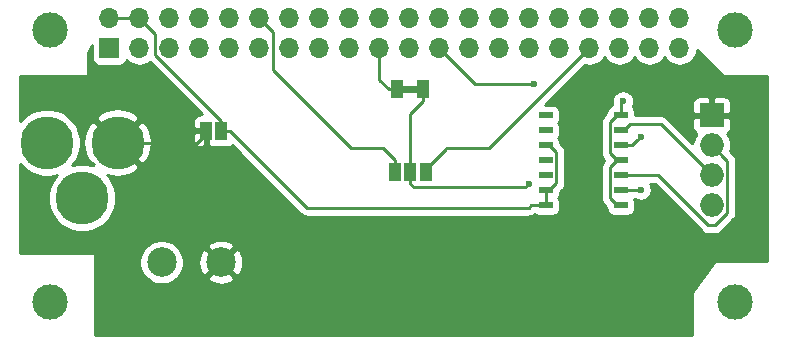
<source format=gbr>
G04 #@! TF.GenerationSoftware,KiCad,Pcbnew,(5.1.2)-2*
G04 #@! TF.CreationDate,2019-08-20T18:51:14-04:00*
G04 #@! TF.ProjectId,PiPixelv2,50695069-7865-46c7-9632-2e6b69636164,rev?*
G04 #@! TF.SameCoordinates,Original*
G04 #@! TF.FileFunction,Copper,L1,Top*
G04 #@! TF.FilePolarity,Positive*
%FSLAX46Y46*%
G04 Gerber Fmt 4.6, Leading zero omitted, Abs format (unit mm)*
G04 Created by KiCad (PCBNEW (5.1.2)-2) date 2019-08-20 18:51:14*
%MOMM*%
%LPD*%
G04 APERTURE LIST*
%ADD10C,0.100000*%
%ADD11C,3.000000*%
%ADD12O,1.700000X1.700000*%
%ADD13R,1.700000X1.700000*%
%ADD14C,4.500000*%
%ADD15C,2.500000*%
%ADD16O,1.998980X1.998980*%
%ADD17R,1.998980X1.998980*%
%ADD18R,1.000000X1.500000*%
%ADD19R,1.143000X0.508000*%
%ADD20C,0.600000*%
%ADD21C,0.250000*%
%ADD22C,0.254000*%
G04 APERTURE END LIST*
D10*
G36*
X45800000Y-32700000D02*
G01*
X47200000Y-32700000D01*
X47200000Y-33300000D01*
X45800000Y-33300000D01*
X45800000Y-32700000D01*
G37*
D11*
X16000000Y-28000000D03*
X16000000Y-51000000D03*
X74000000Y-51000000D03*
X74000000Y-28000000D03*
D12*
X69260000Y-26960000D03*
X69260000Y-29500000D03*
X66720000Y-26960000D03*
X66720000Y-29500000D03*
X64180000Y-26960000D03*
X64180000Y-29500000D03*
X61640000Y-26960000D03*
X61640000Y-29500000D03*
X59100000Y-26960000D03*
X59100000Y-29500000D03*
X56560000Y-26960000D03*
X56560000Y-29500000D03*
X54020000Y-26960000D03*
X54020000Y-29500000D03*
X51480000Y-26960000D03*
X51480000Y-29500000D03*
X48940000Y-26960000D03*
X48940000Y-29500000D03*
X46400000Y-26960000D03*
X46400000Y-29500000D03*
X43860000Y-26960000D03*
X43860000Y-29500000D03*
X41320000Y-26960000D03*
X41320000Y-29500000D03*
X38780000Y-26960000D03*
X38780000Y-29500000D03*
X36240000Y-26960000D03*
X36240000Y-29500000D03*
X33700000Y-26960000D03*
X33700000Y-29500000D03*
X31160000Y-26960000D03*
X31160000Y-29500000D03*
X28620000Y-26960000D03*
X28620000Y-29500000D03*
X26080000Y-26960000D03*
X26080000Y-29500000D03*
X23540000Y-26960000D03*
X23540000Y-29500000D03*
X21000000Y-26960000D03*
D13*
X21000000Y-29500000D03*
D14*
X21700140Y-37500000D03*
X15700660Y-37500000D03*
X18700400Y-42199000D03*
D15*
X25440000Y-47625000D03*
X30440000Y-47625000D03*
D16*
X72000000Y-42810000D03*
D17*
X72000000Y-35190000D03*
D16*
X72000000Y-37730000D03*
X72000000Y-40270000D03*
D18*
X47800000Y-40000000D03*
X46500000Y-40000000D03*
X45200000Y-40000000D03*
X30500000Y-36500000D03*
X29200000Y-36500000D03*
D19*
X57952000Y-37730000D03*
X57952000Y-42810000D03*
X57952000Y-41540000D03*
X57952000Y-40270000D03*
X57952000Y-39000000D03*
X57952000Y-36460000D03*
X57952000Y-35190000D03*
X64302000Y-35190000D03*
X64302000Y-36460000D03*
X64302000Y-37730000D03*
X64302000Y-39000000D03*
X64302000Y-40270000D03*
X64302000Y-41540000D03*
X64302000Y-42810000D03*
D18*
X45400000Y-33000000D03*
X47600000Y-33000000D03*
D20*
X64500000Y-34000000D03*
X66000000Y-37000000D03*
X57000000Y-32500000D03*
X66000000Y-41500006D03*
X56500000Y-41000000D03*
D21*
X29200000Y-36750000D02*
X29200000Y-36500000D01*
X28450000Y-37500000D02*
X29200000Y-36750000D01*
X21700140Y-37500000D02*
X28450000Y-37500000D01*
X63405499Y-39579001D02*
X63984500Y-39000000D01*
X63405499Y-42230999D02*
X63405499Y-39579001D01*
X63984500Y-42810000D02*
X63405499Y-42230999D01*
X64302000Y-42810000D02*
X63984500Y-42810000D01*
X63984500Y-35190000D02*
X64302000Y-35190000D01*
X63405499Y-35769001D02*
X63984500Y-35190000D01*
X63405499Y-38420999D02*
X63405499Y-35769001D01*
X63984500Y-39000000D02*
X63405499Y-38420999D01*
X64302000Y-39000000D02*
X63984500Y-39000000D01*
X64302000Y-35190000D02*
X64302000Y-34198000D01*
X64302000Y-34198000D02*
X64500000Y-34000000D01*
X21000000Y-26960000D02*
X23540000Y-26960000D01*
X30500000Y-35659002D02*
X30500000Y-36500000D01*
X24904999Y-30064001D02*
X30500000Y-35659002D01*
X24904999Y-28324999D02*
X24904999Y-30064001D01*
X23540000Y-26960000D02*
X24904999Y-28324999D01*
X31250000Y-36500000D02*
X37750000Y-43000000D01*
X30500000Y-36500000D02*
X31250000Y-36500000D01*
X37750000Y-43000000D02*
X56500000Y-43000000D01*
X56690000Y-42810000D02*
X57952000Y-42810000D01*
X56500000Y-43000000D02*
X56690000Y-42810000D01*
X57952000Y-41540000D02*
X57952000Y-42810000D01*
X58269500Y-37730000D02*
X57952000Y-37730000D01*
X58848501Y-38309001D02*
X58269500Y-37730000D01*
X58848501Y-40960999D02*
X58848501Y-38309001D01*
X58269500Y-41540000D02*
X58848501Y-40960999D01*
X57952000Y-41540000D02*
X58269500Y-41540000D01*
X61640000Y-29500000D02*
X53140000Y-38000000D01*
X53140000Y-38000000D02*
X49500000Y-38000000D01*
X47800000Y-39750000D02*
X47800000Y-40000000D01*
X49500000Y-38050000D02*
X47800000Y-39750000D01*
X49500000Y-38000000D02*
X49500000Y-38050000D01*
X45200000Y-39000000D02*
X44200000Y-38000000D01*
X45200000Y-40000000D02*
X45200000Y-39000000D01*
X44200000Y-38000000D02*
X41500000Y-38000000D01*
X34549999Y-27809999D02*
X33700000Y-26960000D01*
X34875001Y-28135001D02*
X34549999Y-27809999D01*
X34875001Y-31375001D02*
X34875001Y-28135001D01*
X41500000Y-38000000D02*
X34875001Y-31375001D01*
X44650000Y-33000000D02*
X45400000Y-33000000D01*
X43860000Y-32210000D02*
X44650000Y-33000000D01*
X43860000Y-29500000D02*
X43860000Y-32210000D01*
X65270000Y-37730000D02*
X65700001Y-37299999D01*
X64302000Y-37730000D02*
X65270000Y-37730000D01*
X65700001Y-37299999D02*
X66000000Y-37000000D01*
X48940000Y-29500000D02*
X51940000Y-32500000D01*
X56575736Y-32500000D02*
X57000000Y-32500000D01*
X51940000Y-32500000D02*
X56575736Y-32500000D01*
X72999489Y-38729489D02*
X72000000Y-37730000D01*
X67499752Y-40270000D02*
X71729752Y-44500000D01*
X71729752Y-44500000D02*
X72270248Y-44500000D01*
X72270248Y-44500000D02*
X73324491Y-43445757D01*
X64302000Y-40270000D02*
X67499752Y-40270000D01*
X73324491Y-43445757D02*
X73324491Y-39054491D01*
X73324491Y-39054491D02*
X72999489Y-38729489D01*
X67686000Y-35956000D02*
X71000511Y-39270511D01*
X65123500Y-35956000D02*
X67686000Y-35956000D01*
X71000511Y-39270511D02*
X72000000Y-40270000D01*
X64302000Y-36460000D02*
X64619500Y-36460000D01*
X64619500Y-36460000D02*
X65123500Y-35956000D01*
X46500000Y-39000000D02*
X46500000Y-40000000D01*
X46500000Y-35100000D02*
X46500000Y-39000000D01*
X47600000Y-34000000D02*
X46500000Y-35100000D01*
X47600000Y-33000000D02*
X47600000Y-34000000D01*
X65960006Y-41540000D02*
X66000000Y-41500006D01*
X64302000Y-41540000D02*
X65960006Y-41540000D01*
X46799999Y-41299999D02*
X56200001Y-41299999D01*
X56200001Y-41299999D02*
X56500000Y-41000000D01*
X46500000Y-41000000D02*
X46799999Y-41299999D01*
X46500000Y-40000000D02*
X46500000Y-41000000D01*
D22*
G36*
X19511928Y-30350000D02*
G01*
X19524188Y-30474482D01*
X19560498Y-30594180D01*
X19619463Y-30704494D01*
X19698815Y-30801185D01*
X19795506Y-30880537D01*
X19905820Y-30939502D01*
X20025518Y-30975812D01*
X20150000Y-30988072D01*
X21850000Y-30988072D01*
X21974482Y-30975812D01*
X22094180Y-30939502D01*
X22204494Y-30880537D01*
X22301185Y-30801185D01*
X22380537Y-30704494D01*
X22439502Y-30594180D01*
X22460393Y-30525313D01*
X22484866Y-30555134D01*
X22710986Y-30740706D01*
X22968966Y-30878599D01*
X23248889Y-30963513D01*
X23467050Y-30985000D01*
X23612950Y-30985000D01*
X23831111Y-30963513D01*
X24111034Y-30878599D01*
X24369014Y-30740706D01*
X24444749Y-30678552D01*
X28880715Y-35114519D01*
X28700000Y-35111928D01*
X28575518Y-35124188D01*
X28455820Y-35160498D01*
X28345506Y-35219463D01*
X28248815Y-35298815D01*
X28169463Y-35395506D01*
X28110498Y-35505820D01*
X28074188Y-35625518D01*
X28061928Y-35750000D01*
X28065000Y-36214250D01*
X28223750Y-36373000D01*
X29073000Y-36373000D01*
X29073000Y-36353000D01*
X29327000Y-36353000D01*
X29327000Y-36373000D01*
X29347000Y-36373000D01*
X29347000Y-36627000D01*
X29327000Y-36627000D01*
X29327000Y-37726250D01*
X29485750Y-37885000D01*
X29700000Y-37888072D01*
X29824482Y-37875812D01*
X29850000Y-37868071D01*
X29875518Y-37875812D01*
X30000000Y-37888072D01*
X31000000Y-37888072D01*
X31124482Y-37875812D01*
X31244180Y-37839502D01*
X31354494Y-37780537D01*
X31410101Y-37734902D01*
X37186201Y-43511003D01*
X37209999Y-43540001D01*
X37238997Y-43563799D01*
X37325723Y-43634974D01*
X37428317Y-43689812D01*
X37457753Y-43705546D01*
X37601014Y-43749003D01*
X37712667Y-43760000D01*
X37712676Y-43760000D01*
X37749999Y-43763676D01*
X37787322Y-43760000D01*
X56462678Y-43760000D01*
X56500000Y-43763676D01*
X56537322Y-43760000D01*
X56537333Y-43760000D01*
X56648986Y-43749003D01*
X56792247Y-43705546D01*
X56924276Y-43634974D01*
X56999777Y-43573012D01*
X57026006Y-43594537D01*
X57136320Y-43653502D01*
X57256018Y-43689812D01*
X57380500Y-43702072D01*
X58523500Y-43702072D01*
X58647982Y-43689812D01*
X58767680Y-43653502D01*
X58877994Y-43594537D01*
X58974685Y-43515185D01*
X59054037Y-43418494D01*
X59113002Y-43308180D01*
X59149312Y-43188482D01*
X59161572Y-43064000D01*
X59161572Y-42556000D01*
X59149312Y-42431518D01*
X59113002Y-42311820D01*
X59054037Y-42201506D01*
X59032284Y-42175000D01*
X59054037Y-42148494D01*
X59113002Y-42038180D01*
X59149312Y-41918482D01*
X59161572Y-41794000D01*
X59161572Y-41722730D01*
X59359505Y-41524797D01*
X59388502Y-41501000D01*
X59431190Y-41448985D01*
X59483475Y-41385276D01*
X59554047Y-41253246D01*
X59569839Y-41201185D01*
X59597504Y-41109985D01*
X59608501Y-40998332D01*
X59608501Y-40998323D01*
X59612177Y-40961000D01*
X59608501Y-40923677D01*
X59608501Y-38346323D01*
X59612177Y-38309000D01*
X59608501Y-38271677D01*
X59608501Y-38271668D01*
X59597504Y-38160015D01*
X59554047Y-38016754D01*
X59525137Y-37962668D01*
X59483475Y-37884724D01*
X59412300Y-37797998D01*
X59388502Y-37769000D01*
X59359503Y-37745201D01*
X59161572Y-37547270D01*
X59161572Y-37476000D01*
X59149312Y-37351518D01*
X59113002Y-37231820D01*
X59054037Y-37121506D01*
X59032284Y-37095000D01*
X59054037Y-37068494D01*
X59113002Y-36958180D01*
X59149312Y-36838482D01*
X59161572Y-36714000D01*
X59161572Y-36206000D01*
X59149312Y-36081518D01*
X59113002Y-35961820D01*
X59054037Y-35851506D01*
X59032284Y-35825000D01*
X59054037Y-35798494D01*
X59069801Y-35769001D01*
X62641823Y-35769001D01*
X62645500Y-35806333D01*
X62645499Y-38383676D01*
X62641823Y-38420999D01*
X62645499Y-38458321D01*
X62645499Y-38458331D01*
X62656496Y-38569984D01*
X62683547Y-38659160D01*
X62699953Y-38713245D01*
X62770525Y-38845275D01*
X62793652Y-38873455D01*
X62865498Y-38961000D01*
X62894501Y-38984802D01*
X62909699Y-39000000D01*
X62894497Y-39015202D01*
X62865499Y-39039000D01*
X62841701Y-39067998D01*
X62841700Y-39067999D01*
X62770525Y-39154725D01*
X62699953Y-39286755D01*
X62676373Y-39364490D01*
X62656497Y-39430015D01*
X62651695Y-39478766D01*
X62641823Y-39579001D01*
X62645500Y-39616333D01*
X62645499Y-42193676D01*
X62641823Y-42230999D01*
X62645499Y-42268321D01*
X62645499Y-42268331D01*
X62656496Y-42379984D01*
X62689742Y-42489584D01*
X62699953Y-42523245D01*
X62770525Y-42655275D01*
X62804566Y-42696754D01*
X62865498Y-42771000D01*
X62894501Y-42794802D01*
X63092428Y-42992729D01*
X63092428Y-43064000D01*
X63104688Y-43188482D01*
X63140998Y-43308180D01*
X63199963Y-43418494D01*
X63279315Y-43515185D01*
X63376006Y-43594537D01*
X63486320Y-43653502D01*
X63606018Y-43689812D01*
X63730500Y-43702072D01*
X64873500Y-43702072D01*
X64997982Y-43689812D01*
X65117680Y-43653502D01*
X65227994Y-43594537D01*
X65324685Y-43515185D01*
X65404037Y-43418494D01*
X65463002Y-43308180D01*
X65499312Y-43188482D01*
X65511572Y-43064000D01*
X65511572Y-42556000D01*
X65499312Y-42431518D01*
X65463002Y-42311820D01*
X65456684Y-42300000D01*
X65514320Y-42300000D01*
X65557111Y-42328592D01*
X65727271Y-42399074D01*
X65907911Y-42435006D01*
X66092089Y-42435006D01*
X66272729Y-42399074D01*
X66442889Y-42328592D01*
X66596028Y-42226268D01*
X66726262Y-42096034D01*
X66828586Y-41942895D01*
X66899068Y-41772735D01*
X66935000Y-41592095D01*
X66935000Y-41407917D01*
X66899068Y-41227277D01*
X66828586Y-41057117D01*
X66810467Y-41030000D01*
X67184951Y-41030000D01*
X71165953Y-45011003D01*
X71189751Y-45040001D01*
X71305476Y-45134974D01*
X71437505Y-45205546D01*
X71580766Y-45249003D01*
X71692419Y-45260000D01*
X71692428Y-45260000D01*
X71729751Y-45263676D01*
X71767074Y-45260000D01*
X72232926Y-45260000D01*
X72270248Y-45263676D01*
X72307570Y-45260000D01*
X72307581Y-45260000D01*
X72419234Y-45249003D01*
X72562495Y-45205546D01*
X72694524Y-45134974D01*
X72810249Y-45040001D01*
X72834052Y-45010998D01*
X73835495Y-44009555D01*
X73864492Y-43985758D01*
X73959465Y-43870033D01*
X74030037Y-43738004D01*
X74073494Y-43594743D01*
X74084491Y-43483090D01*
X74084491Y-43483082D01*
X74088167Y-43445757D01*
X74084491Y-43408432D01*
X74084491Y-39091813D01*
X74088167Y-39054490D01*
X74084491Y-39017167D01*
X74084491Y-39017158D01*
X74073494Y-38905505D01*
X74030037Y-38762244D01*
X73959465Y-38630215D01*
X73864492Y-38514490D01*
X73835488Y-38490687D01*
X73563293Y-38218492D01*
X73563288Y-38218486D01*
X73560655Y-38215853D01*
X73610840Y-38050416D01*
X73642398Y-37730000D01*
X73610840Y-37409584D01*
X73517378Y-37101481D01*
X73365604Y-36817533D01*
X73306439Y-36745440D01*
X73353984Y-36720027D01*
X73450675Y-36640675D01*
X73530027Y-36543984D01*
X73588992Y-36433670D01*
X73625302Y-36313972D01*
X73637562Y-36189490D01*
X73634490Y-35475750D01*
X73475740Y-35317000D01*
X72127000Y-35317000D01*
X72127000Y-35337000D01*
X71873000Y-35337000D01*
X71873000Y-35317000D01*
X70524260Y-35317000D01*
X70365510Y-35475750D01*
X70362438Y-36189490D01*
X70374698Y-36313972D01*
X70411008Y-36433670D01*
X70469973Y-36543984D01*
X70549325Y-36640675D01*
X70646016Y-36720027D01*
X70693561Y-36745440D01*
X70634396Y-36817533D01*
X70482622Y-37101481D01*
X70389160Y-37409584D01*
X70373490Y-37568687D01*
X68249804Y-35445003D01*
X68226001Y-35415999D01*
X68110276Y-35321026D01*
X67978247Y-35250454D01*
X67834986Y-35206997D01*
X67723333Y-35196000D01*
X67723322Y-35196000D01*
X67686000Y-35192324D01*
X67648678Y-35196000D01*
X65511572Y-35196000D01*
X65511572Y-34936000D01*
X65499312Y-34811518D01*
X65463002Y-34691820D01*
X65404037Y-34581506D01*
X65324685Y-34484815D01*
X65309112Y-34472034D01*
X65328586Y-34442889D01*
X65399068Y-34272729D01*
X65415422Y-34190510D01*
X70362438Y-34190510D01*
X70365510Y-34904250D01*
X70524260Y-35063000D01*
X71873000Y-35063000D01*
X71873000Y-33714260D01*
X72127000Y-33714260D01*
X72127000Y-35063000D01*
X73475740Y-35063000D01*
X73634490Y-34904250D01*
X73637562Y-34190510D01*
X73625302Y-34066028D01*
X73588992Y-33946330D01*
X73530027Y-33836016D01*
X73450675Y-33739325D01*
X73353984Y-33659973D01*
X73243670Y-33601008D01*
X73123972Y-33564698D01*
X72999490Y-33552438D01*
X72285750Y-33555510D01*
X72127000Y-33714260D01*
X71873000Y-33714260D01*
X71714250Y-33555510D01*
X71000510Y-33552438D01*
X70876028Y-33564698D01*
X70756330Y-33601008D01*
X70646016Y-33659973D01*
X70549325Y-33739325D01*
X70469973Y-33836016D01*
X70411008Y-33946330D01*
X70374698Y-34066028D01*
X70362438Y-34190510D01*
X65415422Y-34190510D01*
X65435000Y-34092089D01*
X65435000Y-33907911D01*
X65399068Y-33727271D01*
X65328586Y-33557111D01*
X65226262Y-33403972D01*
X65096028Y-33273738D01*
X64942889Y-33171414D01*
X64772729Y-33100932D01*
X64592089Y-33065000D01*
X64407911Y-33065000D01*
X64227271Y-33100932D01*
X64057111Y-33171414D01*
X63903972Y-33273738D01*
X63773738Y-33403972D01*
X63671414Y-33557111D01*
X63600932Y-33727271D01*
X63565000Y-33907911D01*
X63565000Y-34009448D01*
X63552998Y-34049014D01*
X63543151Y-34148987D01*
X63538324Y-34198000D01*
X63542001Y-34235332D01*
X63542001Y-34329607D01*
X63486320Y-34346498D01*
X63376006Y-34405463D01*
X63279315Y-34484815D01*
X63199963Y-34581506D01*
X63140998Y-34691820D01*
X63104688Y-34811518D01*
X63092428Y-34936000D01*
X63092428Y-35007271D01*
X62894497Y-35205202D01*
X62865499Y-35229000D01*
X62841701Y-35257998D01*
X62841700Y-35257999D01*
X62770525Y-35344725D01*
X62699953Y-35476755D01*
X62656497Y-35620016D01*
X62641823Y-35769001D01*
X59069801Y-35769001D01*
X59113002Y-35688180D01*
X59149312Y-35568482D01*
X59161572Y-35444000D01*
X59161572Y-34936000D01*
X59149312Y-34811518D01*
X59113002Y-34691820D01*
X59054037Y-34581506D01*
X58974685Y-34484815D01*
X58877994Y-34405463D01*
X58767680Y-34346498D01*
X58647982Y-34310188D01*
X58523500Y-34297928D01*
X57916873Y-34297928D01*
X61274005Y-30940797D01*
X61348889Y-30963513D01*
X61567050Y-30985000D01*
X61712950Y-30985000D01*
X61931111Y-30963513D01*
X62211034Y-30878599D01*
X62469014Y-30740706D01*
X62695134Y-30555134D01*
X62880706Y-30329014D01*
X62910000Y-30274209D01*
X62939294Y-30329014D01*
X63124866Y-30555134D01*
X63350986Y-30740706D01*
X63608966Y-30878599D01*
X63888889Y-30963513D01*
X64107050Y-30985000D01*
X64252950Y-30985000D01*
X64471111Y-30963513D01*
X64751034Y-30878599D01*
X65009014Y-30740706D01*
X65235134Y-30555134D01*
X65420706Y-30329014D01*
X65450000Y-30274209D01*
X65479294Y-30329014D01*
X65664866Y-30555134D01*
X65890986Y-30740706D01*
X66148966Y-30878599D01*
X66428889Y-30963513D01*
X66647050Y-30985000D01*
X66792950Y-30985000D01*
X67011111Y-30963513D01*
X67291034Y-30878599D01*
X67549014Y-30740706D01*
X67775134Y-30555134D01*
X67960706Y-30329014D01*
X67990000Y-30274209D01*
X68019294Y-30329014D01*
X68204866Y-30555134D01*
X68430986Y-30740706D01*
X68688966Y-30878599D01*
X68968889Y-30963513D01*
X69187050Y-30985000D01*
X69332950Y-30985000D01*
X69551111Y-30963513D01*
X69831034Y-30878599D01*
X70089014Y-30740706D01*
X70315134Y-30555134D01*
X70500706Y-30329014D01*
X70638599Y-30071034D01*
X70723513Y-29791111D01*
X70738127Y-29642733D01*
X72935197Y-31839803D01*
X72954443Y-31855597D01*
X72976399Y-31867333D01*
X73000224Y-31874560D01*
X73025000Y-31877000D01*
X76708000Y-31877000D01*
X76708000Y-47498000D01*
X72390000Y-47498000D01*
X72365224Y-47500440D01*
X72341399Y-47507667D01*
X72319443Y-47519403D01*
X72300197Y-47535197D01*
X72288400Y-47548800D01*
X70383400Y-50088800D01*
X70370486Y-50110085D01*
X70361973Y-50133481D01*
X70358000Y-50165000D01*
X70358000Y-53815000D01*
X19812000Y-53815000D01*
X19812000Y-47439344D01*
X23555000Y-47439344D01*
X23555000Y-47810656D01*
X23627439Y-48174834D01*
X23769534Y-48517882D01*
X23975825Y-48826618D01*
X24238382Y-49089175D01*
X24547118Y-49295466D01*
X24890166Y-49437561D01*
X25254344Y-49510000D01*
X25625656Y-49510000D01*
X25989834Y-49437561D01*
X26332882Y-49295466D01*
X26641618Y-49089175D01*
X26792188Y-48938605D01*
X29306000Y-48938605D01*
X29431914Y-49228577D01*
X29764126Y-49394433D01*
X30122312Y-49492290D01*
X30492706Y-49518389D01*
X30861075Y-49471725D01*
X31213262Y-49354094D01*
X31448086Y-49228577D01*
X31574000Y-48938605D01*
X30440000Y-47804605D01*
X29306000Y-48938605D01*
X26792188Y-48938605D01*
X26904175Y-48826618D01*
X27110466Y-48517882D01*
X27252561Y-48174834D01*
X27325000Y-47810656D01*
X27325000Y-47677706D01*
X28546611Y-47677706D01*
X28593275Y-48046075D01*
X28710906Y-48398262D01*
X28836423Y-48633086D01*
X29126395Y-48759000D01*
X30260395Y-47625000D01*
X30619605Y-47625000D01*
X31753605Y-48759000D01*
X32043577Y-48633086D01*
X32209433Y-48300874D01*
X32307290Y-47942688D01*
X32333389Y-47572294D01*
X32286725Y-47203925D01*
X32169094Y-46851738D01*
X32043577Y-46616914D01*
X31753605Y-46491000D01*
X30619605Y-47625000D01*
X30260395Y-47625000D01*
X29126395Y-46491000D01*
X28836423Y-46616914D01*
X28670567Y-46949126D01*
X28572710Y-47307312D01*
X28546611Y-47677706D01*
X27325000Y-47677706D01*
X27325000Y-47439344D01*
X27252561Y-47075166D01*
X27110466Y-46732118D01*
X26904175Y-46423382D01*
X26792188Y-46311395D01*
X29306000Y-46311395D01*
X30440000Y-47445395D01*
X31574000Y-46311395D01*
X31448086Y-46021423D01*
X31115874Y-45855567D01*
X30757688Y-45757710D01*
X30387294Y-45731611D01*
X30018925Y-45778275D01*
X29666738Y-45895906D01*
X29431914Y-46021423D01*
X29306000Y-46311395D01*
X26792188Y-46311395D01*
X26641618Y-46160825D01*
X26332882Y-45954534D01*
X25989834Y-45812439D01*
X25625656Y-45740000D01*
X25254344Y-45740000D01*
X24890166Y-45812439D01*
X24547118Y-45954534D01*
X24238382Y-46160825D01*
X23975825Y-46423382D01*
X23769534Y-46732118D01*
X23627439Y-47075166D01*
X23555000Y-47439344D01*
X19812000Y-47439344D01*
X19812000Y-46990000D01*
X19809560Y-46965224D01*
X19802333Y-46941399D01*
X19790597Y-46919443D01*
X19774803Y-46900197D01*
X19755557Y-46884403D01*
X19733601Y-46872667D01*
X19709776Y-46865440D01*
X19685000Y-46863000D01*
X13462000Y-46863000D01*
X13462000Y-39341346D01*
X13861580Y-39740926D01*
X14334100Y-40056654D01*
X14859137Y-40274131D01*
X15416512Y-40385000D01*
X15984808Y-40385000D01*
X16542183Y-40274131D01*
X16547441Y-40271953D01*
X16459474Y-40359920D01*
X16143746Y-40832440D01*
X15926269Y-41357477D01*
X15815400Y-41914852D01*
X15815400Y-42483148D01*
X15926269Y-43040523D01*
X16143746Y-43565560D01*
X16459474Y-44038080D01*
X16861320Y-44439926D01*
X17333840Y-44755654D01*
X17858877Y-44973131D01*
X18416252Y-45084000D01*
X18984548Y-45084000D01*
X19541923Y-44973131D01*
X20066960Y-44755654D01*
X20539480Y-44439926D01*
X20941326Y-44038080D01*
X21257054Y-43565560D01*
X21474531Y-43040523D01*
X21585400Y-42483148D01*
X21585400Y-41914852D01*
X21474531Y-41357477D01*
X21257054Y-40832440D01*
X20941326Y-40359920D01*
X20833508Y-40252102D01*
X21147533Y-40345801D01*
X21713339Y-40398928D01*
X22278638Y-40340652D01*
X22821706Y-40173210D01*
X23299724Y-39917704D01*
X23545875Y-39525340D01*
X21700140Y-37679605D01*
X21685998Y-37693748D01*
X21506393Y-37514143D01*
X21520535Y-37500000D01*
X21879745Y-37500000D01*
X23725480Y-39345735D01*
X24117844Y-39099584D01*
X24383452Y-38597178D01*
X24545941Y-38052607D01*
X24599068Y-37486801D01*
X24574657Y-37250000D01*
X28061928Y-37250000D01*
X28074188Y-37374482D01*
X28110498Y-37494180D01*
X28169463Y-37604494D01*
X28248815Y-37701185D01*
X28345506Y-37780537D01*
X28455820Y-37839502D01*
X28575518Y-37875812D01*
X28700000Y-37888072D01*
X28914250Y-37885000D01*
X29073000Y-37726250D01*
X29073000Y-36627000D01*
X28223750Y-36627000D01*
X28065000Y-36785750D01*
X28061928Y-37250000D01*
X24574657Y-37250000D01*
X24540792Y-36921502D01*
X24373350Y-36378434D01*
X24117844Y-35900416D01*
X23725480Y-35654265D01*
X21879745Y-37500000D01*
X21520535Y-37500000D01*
X19674800Y-35654265D01*
X19282436Y-35900416D01*
X19016828Y-36402822D01*
X18854339Y-36947393D01*
X18801212Y-37513199D01*
X18859488Y-38078498D01*
X19026930Y-38621566D01*
X19282436Y-39099584D01*
X19674798Y-39345734D01*
X19579923Y-39440609D01*
X19541923Y-39424869D01*
X18984548Y-39314000D01*
X18416252Y-39314000D01*
X17858877Y-39424869D01*
X17853619Y-39427047D01*
X17941586Y-39339080D01*
X18257314Y-38866560D01*
X18474791Y-38341523D01*
X18585660Y-37784148D01*
X18585660Y-37215852D01*
X18474791Y-36658477D01*
X18257314Y-36133440D01*
X17941586Y-35660920D01*
X17755326Y-35474660D01*
X19854405Y-35474660D01*
X21700140Y-37320395D01*
X23545875Y-35474660D01*
X23299724Y-35082296D01*
X22797318Y-34816688D01*
X22252747Y-34654199D01*
X21686941Y-34601072D01*
X21121642Y-34659348D01*
X20578574Y-34826790D01*
X20100556Y-35082296D01*
X19854405Y-35474660D01*
X17755326Y-35474660D01*
X17539740Y-35259074D01*
X17067220Y-34943346D01*
X16542183Y-34725869D01*
X15984808Y-34615000D01*
X15416512Y-34615000D01*
X14859137Y-34725869D01*
X14334100Y-34943346D01*
X13861580Y-35259074D01*
X13462000Y-35658654D01*
X13462000Y-31877000D01*
X19050000Y-31877000D01*
X19074776Y-31874560D01*
X19098601Y-31867333D01*
X19120557Y-31855597D01*
X19139803Y-31839803D01*
X19155597Y-31820557D01*
X19167333Y-31798601D01*
X19174560Y-31774776D01*
X19177000Y-31750000D01*
X19177000Y-29874980D01*
X19511928Y-29205124D01*
X19511928Y-30350000D01*
X19511928Y-30350000D01*
G37*
X19511928Y-30350000D02*
X19524188Y-30474482D01*
X19560498Y-30594180D01*
X19619463Y-30704494D01*
X19698815Y-30801185D01*
X19795506Y-30880537D01*
X19905820Y-30939502D01*
X20025518Y-30975812D01*
X20150000Y-30988072D01*
X21850000Y-30988072D01*
X21974482Y-30975812D01*
X22094180Y-30939502D01*
X22204494Y-30880537D01*
X22301185Y-30801185D01*
X22380537Y-30704494D01*
X22439502Y-30594180D01*
X22460393Y-30525313D01*
X22484866Y-30555134D01*
X22710986Y-30740706D01*
X22968966Y-30878599D01*
X23248889Y-30963513D01*
X23467050Y-30985000D01*
X23612950Y-30985000D01*
X23831111Y-30963513D01*
X24111034Y-30878599D01*
X24369014Y-30740706D01*
X24444749Y-30678552D01*
X28880715Y-35114519D01*
X28700000Y-35111928D01*
X28575518Y-35124188D01*
X28455820Y-35160498D01*
X28345506Y-35219463D01*
X28248815Y-35298815D01*
X28169463Y-35395506D01*
X28110498Y-35505820D01*
X28074188Y-35625518D01*
X28061928Y-35750000D01*
X28065000Y-36214250D01*
X28223750Y-36373000D01*
X29073000Y-36373000D01*
X29073000Y-36353000D01*
X29327000Y-36353000D01*
X29327000Y-36373000D01*
X29347000Y-36373000D01*
X29347000Y-36627000D01*
X29327000Y-36627000D01*
X29327000Y-37726250D01*
X29485750Y-37885000D01*
X29700000Y-37888072D01*
X29824482Y-37875812D01*
X29850000Y-37868071D01*
X29875518Y-37875812D01*
X30000000Y-37888072D01*
X31000000Y-37888072D01*
X31124482Y-37875812D01*
X31244180Y-37839502D01*
X31354494Y-37780537D01*
X31410101Y-37734902D01*
X37186201Y-43511003D01*
X37209999Y-43540001D01*
X37238997Y-43563799D01*
X37325723Y-43634974D01*
X37428317Y-43689812D01*
X37457753Y-43705546D01*
X37601014Y-43749003D01*
X37712667Y-43760000D01*
X37712676Y-43760000D01*
X37749999Y-43763676D01*
X37787322Y-43760000D01*
X56462678Y-43760000D01*
X56500000Y-43763676D01*
X56537322Y-43760000D01*
X56537333Y-43760000D01*
X56648986Y-43749003D01*
X56792247Y-43705546D01*
X56924276Y-43634974D01*
X56999777Y-43573012D01*
X57026006Y-43594537D01*
X57136320Y-43653502D01*
X57256018Y-43689812D01*
X57380500Y-43702072D01*
X58523500Y-43702072D01*
X58647982Y-43689812D01*
X58767680Y-43653502D01*
X58877994Y-43594537D01*
X58974685Y-43515185D01*
X59054037Y-43418494D01*
X59113002Y-43308180D01*
X59149312Y-43188482D01*
X59161572Y-43064000D01*
X59161572Y-42556000D01*
X59149312Y-42431518D01*
X59113002Y-42311820D01*
X59054037Y-42201506D01*
X59032284Y-42175000D01*
X59054037Y-42148494D01*
X59113002Y-42038180D01*
X59149312Y-41918482D01*
X59161572Y-41794000D01*
X59161572Y-41722730D01*
X59359505Y-41524797D01*
X59388502Y-41501000D01*
X59431190Y-41448985D01*
X59483475Y-41385276D01*
X59554047Y-41253246D01*
X59569839Y-41201185D01*
X59597504Y-41109985D01*
X59608501Y-40998332D01*
X59608501Y-40998323D01*
X59612177Y-40961000D01*
X59608501Y-40923677D01*
X59608501Y-38346323D01*
X59612177Y-38309000D01*
X59608501Y-38271677D01*
X59608501Y-38271668D01*
X59597504Y-38160015D01*
X59554047Y-38016754D01*
X59525137Y-37962668D01*
X59483475Y-37884724D01*
X59412300Y-37797998D01*
X59388502Y-37769000D01*
X59359503Y-37745201D01*
X59161572Y-37547270D01*
X59161572Y-37476000D01*
X59149312Y-37351518D01*
X59113002Y-37231820D01*
X59054037Y-37121506D01*
X59032284Y-37095000D01*
X59054037Y-37068494D01*
X59113002Y-36958180D01*
X59149312Y-36838482D01*
X59161572Y-36714000D01*
X59161572Y-36206000D01*
X59149312Y-36081518D01*
X59113002Y-35961820D01*
X59054037Y-35851506D01*
X59032284Y-35825000D01*
X59054037Y-35798494D01*
X59069801Y-35769001D01*
X62641823Y-35769001D01*
X62645500Y-35806333D01*
X62645499Y-38383676D01*
X62641823Y-38420999D01*
X62645499Y-38458321D01*
X62645499Y-38458331D01*
X62656496Y-38569984D01*
X62683547Y-38659160D01*
X62699953Y-38713245D01*
X62770525Y-38845275D01*
X62793652Y-38873455D01*
X62865498Y-38961000D01*
X62894501Y-38984802D01*
X62909699Y-39000000D01*
X62894497Y-39015202D01*
X62865499Y-39039000D01*
X62841701Y-39067998D01*
X62841700Y-39067999D01*
X62770525Y-39154725D01*
X62699953Y-39286755D01*
X62676373Y-39364490D01*
X62656497Y-39430015D01*
X62651695Y-39478766D01*
X62641823Y-39579001D01*
X62645500Y-39616333D01*
X62645499Y-42193676D01*
X62641823Y-42230999D01*
X62645499Y-42268321D01*
X62645499Y-42268331D01*
X62656496Y-42379984D01*
X62689742Y-42489584D01*
X62699953Y-42523245D01*
X62770525Y-42655275D01*
X62804566Y-42696754D01*
X62865498Y-42771000D01*
X62894501Y-42794802D01*
X63092428Y-42992729D01*
X63092428Y-43064000D01*
X63104688Y-43188482D01*
X63140998Y-43308180D01*
X63199963Y-43418494D01*
X63279315Y-43515185D01*
X63376006Y-43594537D01*
X63486320Y-43653502D01*
X63606018Y-43689812D01*
X63730500Y-43702072D01*
X64873500Y-43702072D01*
X64997982Y-43689812D01*
X65117680Y-43653502D01*
X65227994Y-43594537D01*
X65324685Y-43515185D01*
X65404037Y-43418494D01*
X65463002Y-43308180D01*
X65499312Y-43188482D01*
X65511572Y-43064000D01*
X65511572Y-42556000D01*
X65499312Y-42431518D01*
X65463002Y-42311820D01*
X65456684Y-42300000D01*
X65514320Y-42300000D01*
X65557111Y-42328592D01*
X65727271Y-42399074D01*
X65907911Y-42435006D01*
X66092089Y-42435006D01*
X66272729Y-42399074D01*
X66442889Y-42328592D01*
X66596028Y-42226268D01*
X66726262Y-42096034D01*
X66828586Y-41942895D01*
X66899068Y-41772735D01*
X66935000Y-41592095D01*
X66935000Y-41407917D01*
X66899068Y-41227277D01*
X66828586Y-41057117D01*
X66810467Y-41030000D01*
X67184951Y-41030000D01*
X71165953Y-45011003D01*
X71189751Y-45040001D01*
X71305476Y-45134974D01*
X71437505Y-45205546D01*
X71580766Y-45249003D01*
X71692419Y-45260000D01*
X71692428Y-45260000D01*
X71729751Y-45263676D01*
X71767074Y-45260000D01*
X72232926Y-45260000D01*
X72270248Y-45263676D01*
X72307570Y-45260000D01*
X72307581Y-45260000D01*
X72419234Y-45249003D01*
X72562495Y-45205546D01*
X72694524Y-45134974D01*
X72810249Y-45040001D01*
X72834052Y-45010998D01*
X73835495Y-44009555D01*
X73864492Y-43985758D01*
X73959465Y-43870033D01*
X74030037Y-43738004D01*
X74073494Y-43594743D01*
X74084491Y-43483090D01*
X74084491Y-43483082D01*
X74088167Y-43445757D01*
X74084491Y-43408432D01*
X74084491Y-39091813D01*
X74088167Y-39054490D01*
X74084491Y-39017167D01*
X74084491Y-39017158D01*
X74073494Y-38905505D01*
X74030037Y-38762244D01*
X73959465Y-38630215D01*
X73864492Y-38514490D01*
X73835488Y-38490687D01*
X73563293Y-38218492D01*
X73563288Y-38218486D01*
X73560655Y-38215853D01*
X73610840Y-38050416D01*
X73642398Y-37730000D01*
X73610840Y-37409584D01*
X73517378Y-37101481D01*
X73365604Y-36817533D01*
X73306439Y-36745440D01*
X73353984Y-36720027D01*
X73450675Y-36640675D01*
X73530027Y-36543984D01*
X73588992Y-36433670D01*
X73625302Y-36313972D01*
X73637562Y-36189490D01*
X73634490Y-35475750D01*
X73475740Y-35317000D01*
X72127000Y-35317000D01*
X72127000Y-35337000D01*
X71873000Y-35337000D01*
X71873000Y-35317000D01*
X70524260Y-35317000D01*
X70365510Y-35475750D01*
X70362438Y-36189490D01*
X70374698Y-36313972D01*
X70411008Y-36433670D01*
X70469973Y-36543984D01*
X70549325Y-36640675D01*
X70646016Y-36720027D01*
X70693561Y-36745440D01*
X70634396Y-36817533D01*
X70482622Y-37101481D01*
X70389160Y-37409584D01*
X70373490Y-37568687D01*
X68249804Y-35445003D01*
X68226001Y-35415999D01*
X68110276Y-35321026D01*
X67978247Y-35250454D01*
X67834986Y-35206997D01*
X67723333Y-35196000D01*
X67723322Y-35196000D01*
X67686000Y-35192324D01*
X67648678Y-35196000D01*
X65511572Y-35196000D01*
X65511572Y-34936000D01*
X65499312Y-34811518D01*
X65463002Y-34691820D01*
X65404037Y-34581506D01*
X65324685Y-34484815D01*
X65309112Y-34472034D01*
X65328586Y-34442889D01*
X65399068Y-34272729D01*
X65415422Y-34190510D01*
X70362438Y-34190510D01*
X70365510Y-34904250D01*
X70524260Y-35063000D01*
X71873000Y-35063000D01*
X71873000Y-33714260D01*
X72127000Y-33714260D01*
X72127000Y-35063000D01*
X73475740Y-35063000D01*
X73634490Y-34904250D01*
X73637562Y-34190510D01*
X73625302Y-34066028D01*
X73588992Y-33946330D01*
X73530027Y-33836016D01*
X73450675Y-33739325D01*
X73353984Y-33659973D01*
X73243670Y-33601008D01*
X73123972Y-33564698D01*
X72999490Y-33552438D01*
X72285750Y-33555510D01*
X72127000Y-33714260D01*
X71873000Y-33714260D01*
X71714250Y-33555510D01*
X71000510Y-33552438D01*
X70876028Y-33564698D01*
X70756330Y-33601008D01*
X70646016Y-33659973D01*
X70549325Y-33739325D01*
X70469973Y-33836016D01*
X70411008Y-33946330D01*
X70374698Y-34066028D01*
X70362438Y-34190510D01*
X65415422Y-34190510D01*
X65435000Y-34092089D01*
X65435000Y-33907911D01*
X65399068Y-33727271D01*
X65328586Y-33557111D01*
X65226262Y-33403972D01*
X65096028Y-33273738D01*
X64942889Y-33171414D01*
X64772729Y-33100932D01*
X64592089Y-33065000D01*
X64407911Y-33065000D01*
X64227271Y-33100932D01*
X64057111Y-33171414D01*
X63903972Y-33273738D01*
X63773738Y-33403972D01*
X63671414Y-33557111D01*
X63600932Y-33727271D01*
X63565000Y-33907911D01*
X63565000Y-34009448D01*
X63552998Y-34049014D01*
X63543151Y-34148987D01*
X63538324Y-34198000D01*
X63542001Y-34235332D01*
X63542001Y-34329607D01*
X63486320Y-34346498D01*
X63376006Y-34405463D01*
X63279315Y-34484815D01*
X63199963Y-34581506D01*
X63140998Y-34691820D01*
X63104688Y-34811518D01*
X63092428Y-34936000D01*
X63092428Y-35007271D01*
X62894497Y-35205202D01*
X62865499Y-35229000D01*
X62841701Y-35257998D01*
X62841700Y-35257999D01*
X62770525Y-35344725D01*
X62699953Y-35476755D01*
X62656497Y-35620016D01*
X62641823Y-35769001D01*
X59069801Y-35769001D01*
X59113002Y-35688180D01*
X59149312Y-35568482D01*
X59161572Y-35444000D01*
X59161572Y-34936000D01*
X59149312Y-34811518D01*
X59113002Y-34691820D01*
X59054037Y-34581506D01*
X58974685Y-34484815D01*
X58877994Y-34405463D01*
X58767680Y-34346498D01*
X58647982Y-34310188D01*
X58523500Y-34297928D01*
X57916873Y-34297928D01*
X61274005Y-30940797D01*
X61348889Y-30963513D01*
X61567050Y-30985000D01*
X61712950Y-30985000D01*
X61931111Y-30963513D01*
X62211034Y-30878599D01*
X62469014Y-30740706D01*
X62695134Y-30555134D01*
X62880706Y-30329014D01*
X62910000Y-30274209D01*
X62939294Y-30329014D01*
X63124866Y-30555134D01*
X63350986Y-30740706D01*
X63608966Y-30878599D01*
X63888889Y-30963513D01*
X64107050Y-30985000D01*
X64252950Y-30985000D01*
X64471111Y-30963513D01*
X64751034Y-30878599D01*
X65009014Y-30740706D01*
X65235134Y-30555134D01*
X65420706Y-30329014D01*
X65450000Y-30274209D01*
X65479294Y-30329014D01*
X65664866Y-30555134D01*
X65890986Y-30740706D01*
X66148966Y-30878599D01*
X66428889Y-30963513D01*
X66647050Y-30985000D01*
X66792950Y-30985000D01*
X67011111Y-30963513D01*
X67291034Y-30878599D01*
X67549014Y-30740706D01*
X67775134Y-30555134D01*
X67960706Y-30329014D01*
X67990000Y-30274209D01*
X68019294Y-30329014D01*
X68204866Y-30555134D01*
X68430986Y-30740706D01*
X68688966Y-30878599D01*
X68968889Y-30963513D01*
X69187050Y-30985000D01*
X69332950Y-30985000D01*
X69551111Y-30963513D01*
X69831034Y-30878599D01*
X70089014Y-30740706D01*
X70315134Y-30555134D01*
X70500706Y-30329014D01*
X70638599Y-30071034D01*
X70723513Y-29791111D01*
X70738127Y-29642733D01*
X72935197Y-31839803D01*
X72954443Y-31855597D01*
X72976399Y-31867333D01*
X73000224Y-31874560D01*
X73025000Y-31877000D01*
X76708000Y-31877000D01*
X76708000Y-47498000D01*
X72390000Y-47498000D01*
X72365224Y-47500440D01*
X72341399Y-47507667D01*
X72319443Y-47519403D01*
X72300197Y-47535197D01*
X72288400Y-47548800D01*
X70383400Y-50088800D01*
X70370486Y-50110085D01*
X70361973Y-50133481D01*
X70358000Y-50165000D01*
X70358000Y-53815000D01*
X19812000Y-53815000D01*
X19812000Y-47439344D01*
X23555000Y-47439344D01*
X23555000Y-47810656D01*
X23627439Y-48174834D01*
X23769534Y-48517882D01*
X23975825Y-48826618D01*
X24238382Y-49089175D01*
X24547118Y-49295466D01*
X24890166Y-49437561D01*
X25254344Y-49510000D01*
X25625656Y-49510000D01*
X25989834Y-49437561D01*
X26332882Y-49295466D01*
X26641618Y-49089175D01*
X26792188Y-48938605D01*
X29306000Y-48938605D01*
X29431914Y-49228577D01*
X29764126Y-49394433D01*
X30122312Y-49492290D01*
X30492706Y-49518389D01*
X30861075Y-49471725D01*
X31213262Y-49354094D01*
X31448086Y-49228577D01*
X31574000Y-48938605D01*
X30440000Y-47804605D01*
X29306000Y-48938605D01*
X26792188Y-48938605D01*
X26904175Y-48826618D01*
X27110466Y-48517882D01*
X27252561Y-48174834D01*
X27325000Y-47810656D01*
X27325000Y-47677706D01*
X28546611Y-47677706D01*
X28593275Y-48046075D01*
X28710906Y-48398262D01*
X28836423Y-48633086D01*
X29126395Y-48759000D01*
X30260395Y-47625000D01*
X30619605Y-47625000D01*
X31753605Y-48759000D01*
X32043577Y-48633086D01*
X32209433Y-48300874D01*
X32307290Y-47942688D01*
X32333389Y-47572294D01*
X32286725Y-47203925D01*
X32169094Y-46851738D01*
X32043577Y-46616914D01*
X31753605Y-46491000D01*
X30619605Y-47625000D01*
X30260395Y-47625000D01*
X29126395Y-46491000D01*
X28836423Y-46616914D01*
X28670567Y-46949126D01*
X28572710Y-47307312D01*
X28546611Y-47677706D01*
X27325000Y-47677706D01*
X27325000Y-47439344D01*
X27252561Y-47075166D01*
X27110466Y-46732118D01*
X26904175Y-46423382D01*
X26792188Y-46311395D01*
X29306000Y-46311395D01*
X30440000Y-47445395D01*
X31574000Y-46311395D01*
X31448086Y-46021423D01*
X31115874Y-45855567D01*
X30757688Y-45757710D01*
X30387294Y-45731611D01*
X30018925Y-45778275D01*
X29666738Y-45895906D01*
X29431914Y-46021423D01*
X29306000Y-46311395D01*
X26792188Y-46311395D01*
X26641618Y-46160825D01*
X26332882Y-45954534D01*
X25989834Y-45812439D01*
X25625656Y-45740000D01*
X25254344Y-45740000D01*
X24890166Y-45812439D01*
X24547118Y-45954534D01*
X24238382Y-46160825D01*
X23975825Y-46423382D01*
X23769534Y-46732118D01*
X23627439Y-47075166D01*
X23555000Y-47439344D01*
X19812000Y-47439344D01*
X19812000Y-46990000D01*
X19809560Y-46965224D01*
X19802333Y-46941399D01*
X19790597Y-46919443D01*
X19774803Y-46900197D01*
X19755557Y-46884403D01*
X19733601Y-46872667D01*
X19709776Y-46865440D01*
X19685000Y-46863000D01*
X13462000Y-46863000D01*
X13462000Y-39341346D01*
X13861580Y-39740926D01*
X14334100Y-40056654D01*
X14859137Y-40274131D01*
X15416512Y-40385000D01*
X15984808Y-40385000D01*
X16542183Y-40274131D01*
X16547441Y-40271953D01*
X16459474Y-40359920D01*
X16143746Y-40832440D01*
X15926269Y-41357477D01*
X15815400Y-41914852D01*
X15815400Y-42483148D01*
X15926269Y-43040523D01*
X16143746Y-43565560D01*
X16459474Y-44038080D01*
X16861320Y-44439926D01*
X17333840Y-44755654D01*
X17858877Y-44973131D01*
X18416252Y-45084000D01*
X18984548Y-45084000D01*
X19541923Y-44973131D01*
X20066960Y-44755654D01*
X20539480Y-44439926D01*
X20941326Y-44038080D01*
X21257054Y-43565560D01*
X21474531Y-43040523D01*
X21585400Y-42483148D01*
X21585400Y-41914852D01*
X21474531Y-41357477D01*
X21257054Y-40832440D01*
X20941326Y-40359920D01*
X20833508Y-40252102D01*
X21147533Y-40345801D01*
X21713339Y-40398928D01*
X22278638Y-40340652D01*
X22821706Y-40173210D01*
X23299724Y-39917704D01*
X23545875Y-39525340D01*
X21700140Y-37679605D01*
X21685998Y-37693748D01*
X21506393Y-37514143D01*
X21520535Y-37500000D01*
X21879745Y-37500000D01*
X23725480Y-39345735D01*
X24117844Y-39099584D01*
X24383452Y-38597178D01*
X24545941Y-38052607D01*
X24599068Y-37486801D01*
X24574657Y-37250000D01*
X28061928Y-37250000D01*
X28074188Y-37374482D01*
X28110498Y-37494180D01*
X28169463Y-37604494D01*
X28248815Y-37701185D01*
X28345506Y-37780537D01*
X28455820Y-37839502D01*
X28575518Y-37875812D01*
X28700000Y-37888072D01*
X28914250Y-37885000D01*
X29073000Y-37726250D01*
X29073000Y-36627000D01*
X28223750Y-36627000D01*
X28065000Y-36785750D01*
X28061928Y-37250000D01*
X24574657Y-37250000D01*
X24540792Y-36921502D01*
X24373350Y-36378434D01*
X24117844Y-35900416D01*
X23725480Y-35654265D01*
X21879745Y-37500000D01*
X21520535Y-37500000D01*
X19674800Y-35654265D01*
X19282436Y-35900416D01*
X19016828Y-36402822D01*
X18854339Y-36947393D01*
X18801212Y-37513199D01*
X18859488Y-38078498D01*
X19026930Y-38621566D01*
X19282436Y-39099584D01*
X19674798Y-39345734D01*
X19579923Y-39440609D01*
X19541923Y-39424869D01*
X18984548Y-39314000D01*
X18416252Y-39314000D01*
X17858877Y-39424869D01*
X17853619Y-39427047D01*
X17941586Y-39339080D01*
X18257314Y-38866560D01*
X18474791Y-38341523D01*
X18585660Y-37784148D01*
X18585660Y-37215852D01*
X18474791Y-36658477D01*
X18257314Y-36133440D01*
X17941586Y-35660920D01*
X17755326Y-35474660D01*
X19854405Y-35474660D01*
X21700140Y-37320395D01*
X23545875Y-35474660D01*
X23299724Y-35082296D01*
X22797318Y-34816688D01*
X22252747Y-34654199D01*
X21686941Y-34601072D01*
X21121642Y-34659348D01*
X20578574Y-34826790D01*
X20100556Y-35082296D01*
X19854405Y-35474660D01*
X17755326Y-35474660D01*
X17539740Y-35259074D01*
X17067220Y-34943346D01*
X16542183Y-34725869D01*
X15984808Y-34615000D01*
X15416512Y-34615000D01*
X14859137Y-34725869D01*
X14334100Y-34943346D01*
X13861580Y-35259074D01*
X13462000Y-35658654D01*
X13462000Y-31877000D01*
X19050000Y-31877000D01*
X19074776Y-31874560D01*
X19098601Y-31867333D01*
X19120557Y-31855597D01*
X19139803Y-31839803D01*
X19155597Y-31820557D01*
X19167333Y-31798601D01*
X19174560Y-31774776D01*
X19177000Y-31750000D01*
X19177000Y-29874980D01*
X19511928Y-29205124D01*
X19511928Y-30350000D01*
M02*

</source>
